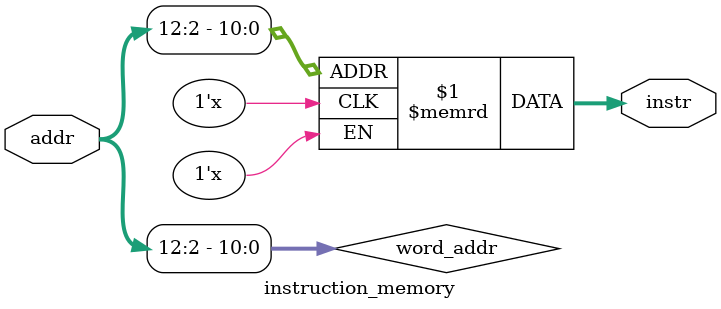
<source format=v>
module instruction_memory(
    input  [63:0] addr,
    output [31:0] instr
);
    reg [31:0] mem [0:2047]; // 8KB / 4B = 2048 words
    wire [10:0] word_addr = addr[12:2];
    assign instr = mem[word_addr];
    // Optionally preload instructions here or via $readmemh
endmodule

</source>
